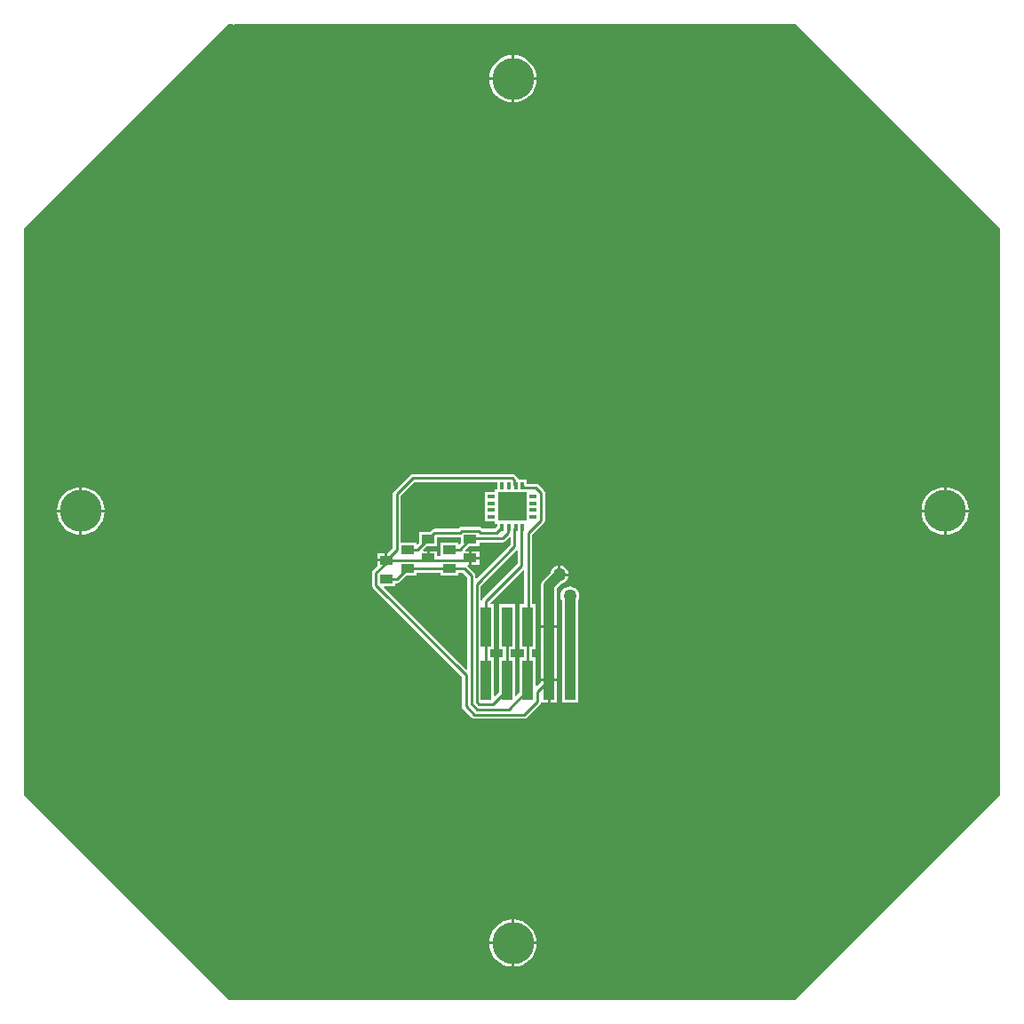
<source format=gbl>
%FSLAX44Y44*%
%MOMM*%
G71*
G01*
G75*
G04 Layer_Physical_Order=2*
G04 Layer_Color=16711680*
%ADD10R,2.5000X6.0000*%
%ADD11R,6.9850X4.0000*%
%ADD12R,6.0000X2.5000*%
%ADD13R,4.0000X6.9850*%
%ADD14C,1.0000*%
%ADD15C,0.2540*%
%ADD16C,4.0000*%
%ADD17C,1.2700*%
%ADD18R,1.2192X0.8128*%
%ADD19R,1.0200X3.8000*%
%ADD20R,0.3556X0.7620*%
%ADD21R,0.7620X0.3556*%
%ADD22R,2.7940X2.7940*%
G36*
X935000Y740000D02*
Y200000D01*
X740000Y5000D01*
X200000D01*
X5000Y200000D01*
Y740000D01*
X200000Y935000D01*
X203341D01*
X203389Y934883D01*
D01*
X203827Y933827D01*
D01*
X10000Y740000D01*
X203827Y933827D01*
Y933827D01*
X204635Y934635D01*
D01*
X205000Y935000D01*
D01*
X205000Y935000D01*
X740000D01*
X935000Y740000D01*
D02*
G37*
%LPC*%
G36*
X348730Y430604D02*
X341364D01*
Y425270D01*
X348730D01*
Y430604D01*
D02*
G37*
G36*
X493233Y57610D02*
X471979D01*
Y36356D01*
X475128Y36666D01*
X479377Y37955D01*
X483293Y40048D01*
X486725Y42865D01*
X489542Y46297D01*
X491635Y50213D01*
X492923Y54461D01*
X493233Y57610D01*
D02*
G37*
G36*
X469440D02*
X448186D01*
X448496Y54461D01*
X449785Y50213D01*
X451878Y46297D01*
X454694Y42865D01*
X458126Y40048D01*
X462042Y37955D01*
X466291Y36666D01*
X469440Y36356D01*
Y57610D01*
D02*
G37*
G36*
X881440Y469610D02*
X860186D01*
X860496Y466461D01*
X861785Y462212D01*
X863877Y458297D01*
X866694Y454865D01*
X870126Y452048D01*
X874042Y449955D01*
X878291Y448666D01*
X881440Y448356D01*
Y469610D01*
D02*
G37*
G36*
X471979Y81404D02*
Y60150D01*
X493233D01*
X492923Y63299D01*
X491635Y67547D01*
X489542Y71463D01*
X486725Y74895D01*
X483293Y77712D01*
X479377Y79805D01*
X475128Y81094D01*
X471979Y81404D01*
D02*
G37*
G36*
X516270Y418800D02*
Y411270D01*
X523800D01*
X523661Y412321D01*
X522765Y414483D01*
X521340Y416340D01*
X519483Y417765D01*
X517321Y418661D01*
X516270Y418800D01*
D02*
G37*
G36*
X513730D02*
X512679Y418661D01*
X510517Y417765D01*
X508660Y416340D01*
X507235Y414483D01*
X506339Y412321D01*
X506305Y412060D01*
X499622Y405378D01*
X498414Y403802D01*
X497877Y402505D01*
X497654Y401968D01*
X497395Y400000D01*
Y381890D01*
X497360D01*
Y361620D01*
X512640D01*
Y381890D01*
X512605D01*
Y396850D01*
X517060Y401305D01*
X517321Y401339D01*
X519483Y402235D01*
X521340Y403660D01*
X522765Y405517D01*
X523661Y407679D01*
X523800Y408730D01*
X515000D01*
Y410000D01*
X513730D01*
Y418800D01*
D02*
G37*
G36*
X512640Y359080D02*
X497360D01*
Y338810D01*
X497395D01*
Y331190D01*
X497360D01*
Y310920D01*
X512640D01*
Y331190D01*
X512605D01*
Y338810D01*
X512640D01*
Y359080D01*
D02*
G37*
G36*
X525000Y398967D02*
X522679Y398661D01*
X520517Y397765D01*
X518660Y396340D01*
X517235Y394483D01*
X516339Y392321D01*
X516033Y390000D01*
X516339Y387679D01*
X517235Y385517D01*
X517395Y385308D01*
Y381890D01*
X517360D01*
Y338810D01*
X517395D01*
Y331190D01*
X517360D01*
Y288110D01*
X532640D01*
Y331190D01*
X532605D01*
Y338810D01*
X532640D01*
Y381890D01*
X532605D01*
Y385308D01*
X532765Y385517D01*
X533661Y387679D01*
X533967Y390000D01*
X533661Y392321D01*
X532765Y394483D01*
X531340Y396340D01*
X529483Y397765D01*
X527321Y398661D01*
X525000Y398967D01*
D02*
G37*
G36*
X470106Y506190D02*
X375305D01*
X373818Y505894D01*
X372558Y505052D01*
X357347Y489841D01*
X356505Y488581D01*
X356209Y487094D01*
Y435703D01*
X351270Y430764D01*
Y424000D01*
X350000D01*
Y422730D01*
X341364D01*
Y418262D01*
X337347Y414245D01*
X336505Y412985D01*
X336209Y411498D01*
Y400214D01*
X336505Y398727D01*
X337347Y397467D01*
X422045Y312769D01*
Y284863D01*
X422341Y283377D01*
X423183Y282117D01*
X431367Y273933D01*
X432627Y273091D01*
X434114Y272795D01*
X481518D01*
X483005Y273091D01*
X484265Y273933D01*
X496657Y286325D01*
X497499Y287585D01*
X497603Y288110D01*
X503730D01*
Y308380D01*
X497360D01*
Y307504D01*
X493813Y303957D01*
X492640Y304443D01*
Y331190D01*
X488885D01*
Y338810D01*
X492640D01*
Y381890D01*
X489223D01*
Y448318D01*
X500052Y459147D01*
X500894Y460407D01*
X500943Y460654D01*
X501190Y461894D01*
Y488106D01*
X500943Y489346D01*
X500894Y489593D01*
X500052Y490853D01*
X495378Y495527D01*
X494118Y496369D01*
X492631Y496665D01*
X484068D01*
Y501035D01*
X476031D01*
X475927Y501560D01*
X475085Y502820D01*
X472853Y505052D01*
X471593Y505894D01*
X470106Y506190D01*
D02*
G37*
G36*
X512640Y308380D02*
X506270D01*
Y288110D01*
X512640D01*
Y308380D01*
D02*
G37*
G36*
X905234Y469610D02*
X883979D01*
Y448356D01*
X887128Y448666D01*
X891377Y449955D01*
X895293Y452048D01*
X898725Y454865D01*
X901542Y458297D01*
X903634Y462212D01*
X904923Y466461D01*
X905234Y469610D01*
D02*
G37*
G36*
X469440Y881610D02*
X448186D01*
X448496Y878461D01*
X449785Y874212D01*
X451878Y870297D01*
X454694Y866865D01*
X458126Y864048D01*
X462042Y861955D01*
X466291Y860666D01*
X469440Y860356D01*
Y881610D01*
D02*
G37*
G36*
X883979Y493404D02*
Y472150D01*
X905234D01*
X904923Y475299D01*
X903634Y479547D01*
X901542Y483463D01*
X898725Y486895D01*
X895293Y489712D01*
X891377Y491805D01*
X887128Y493094D01*
X883979Y493404D01*
D02*
G37*
G36*
X493233Y881610D02*
X471979D01*
Y860356D01*
X475128Y860666D01*
X479377Y861955D01*
X483293Y864048D01*
X486725Y866865D01*
X489542Y870297D01*
X491635Y874212D01*
X492923Y878461D01*
X493233Y881610D01*
D02*
G37*
G36*
X471979Y905404D02*
Y884150D01*
X493233D01*
X492923Y887299D01*
X491635Y891547D01*
X489542Y895463D01*
X486725Y898895D01*
X483293Y901712D01*
X479377Y903805D01*
X475128Y905094D01*
X471979Y905404D01*
D02*
G37*
G36*
X469440D02*
X466291Y905094D01*
X462042Y903805D01*
X458126Y901712D01*
X454694Y898895D01*
X451878Y895463D01*
X449785Y891547D01*
X448496Y887299D01*
X448186Y884150D01*
X469440D01*
Y905404D01*
D02*
G37*
G36*
X881440Y493404D02*
X878291Y493094D01*
X874042Y491805D01*
X870126Y489712D01*
X866694Y486895D01*
X863877Y483463D01*
X861785Y479547D01*
X860496Y475299D01*
X860186Y472150D01*
X881440D01*
Y493404D01*
D02*
G37*
G36*
X81234Y469610D02*
X59980D01*
Y448356D01*
X63128Y448666D01*
X67377Y449955D01*
X71293Y452048D01*
X74725Y454865D01*
X77542Y458297D01*
X79635Y462212D01*
X80923Y466461D01*
X81234Y469610D01*
D02*
G37*
G36*
X57440D02*
X36186D01*
X36496Y466461D01*
X37785Y462212D01*
X39878Y458297D01*
X42694Y454865D01*
X46126Y452048D01*
X50042Y449955D01*
X54291Y448666D01*
X57440Y448356D01*
Y469610D01*
D02*
G37*
G36*
X469440Y81404D02*
X466291Y81094D01*
X462042Y79805D01*
X458126Y77712D01*
X454694Y74895D01*
X451878Y71463D01*
X449785Y67547D01*
X448496Y63299D01*
X448186Y60150D01*
X469440D01*
Y81404D01*
D02*
G37*
G36*
X59980Y493404D02*
Y472150D01*
X81234D01*
X80923Y475299D01*
X79635Y479547D01*
X77542Y483463D01*
X74725Y486895D01*
X71293Y489712D01*
X67377Y491805D01*
X63128Y493094D01*
X59980Y493404D01*
D02*
G37*
G36*
X57440D02*
X54291Y493094D01*
X50042Y491805D01*
X46126Y489712D01*
X42694Y486895D01*
X39878Y483463D01*
X37785Y479547D01*
X36496Y475299D01*
X36186Y472150D01*
X57440D01*
Y493404D01*
D02*
G37*
%LPD*%
G36*
X481453Y414300D02*
Y381890D01*
X477360D01*
Y338810D01*
X481115D01*
Y331190D01*
X477360D01*
Y298016D01*
X473813Y294469D01*
X472640Y294955D01*
Y331190D01*
X468885D01*
Y338810D01*
X472640D01*
Y381890D01*
X457360D01*
Y338810D01*
X461115D01*
Y331190D01*
X457360D01*
Y298015D01*
X453813Y294469D01*
X452640Y294955D01*
Y331190D01*
X448885D01*
Y338810D01*
X452640D01*
Y381890D01*
X448885D01*
Y383391D01*
X480280Y414786D01*
X481453Y414300D01*
D02*
G37*
G36*
X421364Y445367D02*
Y440858D01*
X419809Y439303D01*
X418636Y439789D01*
Y440604D01*
X401364D01*
Y427885D01*
X398636D01*
Y432460D01*
X391270D01*
Y425856D01*
X388730D01*
Y432460D01*
X385613D01*
X385127Y433633D01*
X388890Y437396D01*
X398636D01*
Y446115D01*
X420452D01*
X421364Y445367D01*
D02*
G37*
G36*
X455932Y491510D02*
X453490D01*
Y489068D01*
X443965D01*
Y480432D01*
Y473932D01*
Y467432D01*
Y460932D01*
X453490D01*
Y458490D01*
X455932D01*
Y456491D01*
X453326Y453885D01*
X441157D01*
X440421Y454621D01*
X439161Y455463D01*
X437674Y455759D01*
X422326D01*
X420839Y455463D01*
X419579Y454621D01*
X418843Y453885D01*
X396000D01*
X394513Y453589D01*
X393253Y452747D01*
X391110Y450604D01*
X381364D01*
Y440858D01*
X379809Y439303D01*
X378636Y439789D01*
Y440604D01*
X363979D01*
Y485485D01*
X376914Y498420D01*
X455932D01*
Y491510D01*
D02*
G37*
G36*
X427125Y407381D02*
Y320336D01*
X425952Y319850D01*
X347723Y398079D01*
X348209Y399252D01*
X358636D01*
Y401971D01*
X360000D01*
X361487Y402267D01*
X362747Y403109D01*
X368890Y409252D01*
X378636D01*
Y411971D01*
X401364D01*
Y409252D01*
X418636D01*
Y411971D01*
X422535D01*
X427125Y407381D01*
D02*
G37*
G36*
X474953Y432800D02*
Y420447D01*
X442253Y387747D01*
X441411Y386487D01*
X441239Y385619D01*
X439975Y385744D01*
Y399481D01*
X473780Y433286D01*
X474953Y432800D01*
D02*
G37*
G36*
X468453Y445389D02*
Y438947D01*
X436068Y406562D01*
X434895Y407048D01*
Y408990D01*
X434599Y410477D01*
X433757Y411737D01*
X427415Y418079D01*
X427901Y419252D01*
X428730D01*
Y425856D01*
Y432460D01*
X425613D01*
X425127Y433633D01*
X428890Y437396D01*
X438636D01*
Y441035D01*
X460831D01*
X462318Y441331D01*
X463578Y442173D01*
X467280Y445875D01*
X468453Y445389D01*
D02*
G37*
%LPC*%
G36*
X438636Y432460D02*
X431270D01*
Y427126D01*
X438636D01*
Y432460D01*
D02*
G37*
G36*
Y424586D02*
X431270D01*
Y419252D01*
X438636D01*
Y424586D01*
D02*
G37*
%LPD*%
D14*
X505000Y309650D02*
Y360350D01*
X525000Y309650D02*
Y360350D01*
Y390000D01*
X505000Y360350D02*
Y400000D01*
X515000Y410000D01*
D15*
X370000Y434000D02*
X380000D01*
X390000Y444000D01*
X410000Y434000D02*
X420000D01*
X430000Y444000D01*
X460831Y444920D02*
X465838Y449927D01*
Y454403D01*
X466750Y455315D01*
X428144Y424000D02*
X430000Y425856D01*
X350000Y405856D02*
X360000D01*
X370000Y415856D01*
X410000D01*
X390000Y444000D02*
X396000Y450000D01*
X454935D02*
X460250Y455315D01*
X430000Y444000D02*
X430920Y444920D01*
X396000Y450000D02*
X420452D01*
X422326Y451874D01*
X437674D01*
X439548Y450000D01*
X454935D01*
X430920Y444920D02*
X460831D01*
X445000Y309650D02*
Y360350D01*
X478838Y454403D02*
X479750Y455315D01*
X445000Y360350D02*
Y385000D01*
X478838Y418838D01*
Y454403D01*
X465000Y309650D02*
Y360350D01*
Y300162D02*
Y309650D01*
X451678Y286840D02*
X465000Y300162D01*
X438322Y286840D02*
X451678D01*
X436090Y289072D02*
X438322Y286840D01*
X472338Y454403D02*
X473250Y455315D01*
X485000Y309650D02*
Y360350D01*
X436218Y281760D02*
X466598D01*
X431010Y286968D02*
X436218Y281760D01*
X485000Y300162D02*
Y309650D01*
X466598Y281760D02*
X485000Y300162D01*
Y360350D02*
X485338Y360688D01*
Y449927D01*
X497305Y461894D01*
Y488106D01*
X492631Y492780D02*
X497305Y488106D01*
X481655Y492780D02*
X492631D01*
X479750Y494685D02*
X481655Y492780D01*
X350000Y421404D02*
Y424000D01*
X340094Y411498D02*
X350000Y421404D01*
X340094Y400214D02*
Y411498D01*
Y400214D02*
X425930Y314378D01*
Y284863D02*
Y314378D01*
Y284863D02*
X434114Y276680D01*
X493910Y289072D02*
Y298560D01*
X434114Y276680D02*
X481518D01*
X493910Y289072D01*
Y298560D02*
X505000Y309650D01*
X350000Y424000D02*
X360094Y434094D01*
X470106Y502305D02*
X472338Y500073D01*
Y495597D02*
Y500073D01*
Y495597D02*
X473250Y494685D01*
X350000Y424000D02*
X428144D01*
X436090Y289072D02*
Y401090D01*
X472338Y437338D01*
Y454403D01*
X410000Y415856D02*
X424144D01*
X431010Y408990D01*
Y286968D02*
Y408990D01*
X360094Y434094D02*
Y487094D01*
X375305Y502305D01*
X470106D01*
D16*
X58710Y470880D02*
D03*
X470709Y882880D02*
D03*
X882710Y470880D02*
D03*
X470709Y58880D02*
D03*
D17*
X525000Y390000D02*
D03*
X515000Y410000D02*
D03*
D18*
X350000Y424000D02*
D03*
Y405856D02*
D03*
X370000Y434000D02*
D03*
Y415856D02*
D03*
X390000Y444000D02*
D03*
Y425856D02*
D03*
X410000Y434000D02*
D03*
Y415856D02*
D03*
X430000Y444000D02*
D03*
Y425856D02*
D03*
D19*
X445000Y360350D02*
D03*
Y309650D02*
D03*
X465000Y360350D02*
D03*
Y309650D02*
D03*
X485000Y360350D02*
D03*
Y309650D02*
D03*
X505000Y360350D02*
D03*
Y309650D02*
D03*
X525000Y360350D02*
D03*
Y309650D02*
D03*
D20*
X479750Y455315D02*
D03*
X473250D02*
D03*
X466750D02*
D03*
X460250D02*
D03*
Y494685D02*
D03*
X466750D02*
D03*
X473250D02*
D03*
X479750D02*
D03*
D21*
X450315Y465250D02*
D03*
Y471750D02*
D03*
Y478250D02*
D03*
Y484750D02*
D03*
X489685D02*
D03*
Y478250D02*
D03*
Y471750D02*
D03*
Y465250D02*
D03*
D22*
X470000Y475000D02*
D03*
M02*

</source>
